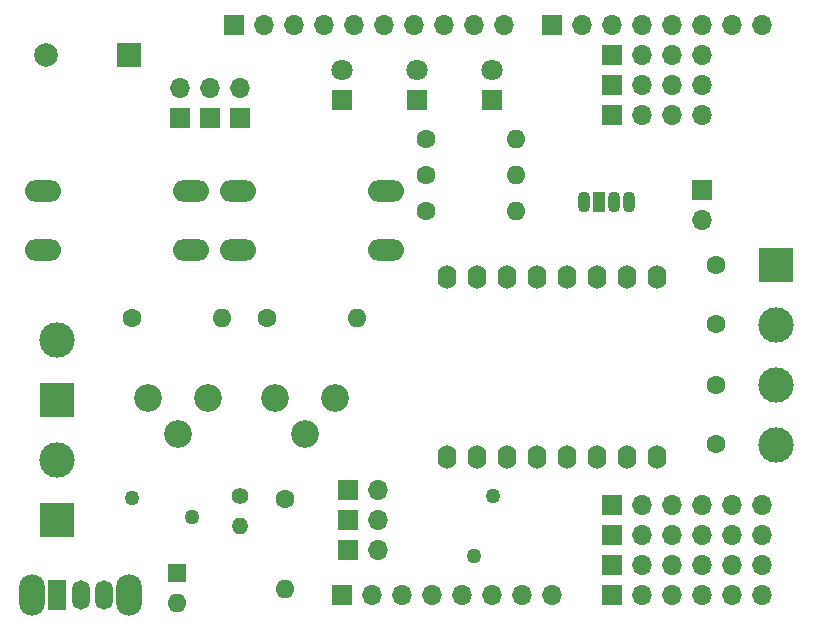
<source format=gbr>
%TF.GenerationSoftware,KiCad,Pcbnew,6.0.7-f9a2dced07~116~ubuntu20.04.1*%
%TF.CreationDate,2022-09-07T12:35:24+02:00*%
%TF.ProjectId,BATConcho,42415443-6f6e-4636-986f-2e6b69636164,rev?*%
%TF.SameCoordinates,Original*%
%TF.FileFunction,Soldermask,Top*%
%TF.FilePolarity,Negative*%
%FSLAX46Y46*%
G04 Gerber Fmt 4.6, Leading zero omitted, Abs format (unit mm)*
G04 Created by KiCad (PCBNEW 6.0.7-f9a2dced07~116~ubuntu20.04.1) date 2022-09-07 12:35:24*
%MOMM*%
%LPD*%
G01*
G04 APERTURE LIST*
%ADD10C,1.600000*%
%ADD11O,1.600000X1.600000*%
%ADD12R,1.700000X1.700000*%
%ADD13O,1.700000X1.700000*%
%ADD14C,1.270000*%
%ADD15O,1.070000X1.800000*%
%ADD16R,1.070000X1.800000*%
%ADD17O,3.048000X1.850000*%
%ADD18C,2.340000*%
%ADD19R,1.800000X1.800000*%
%ADD20C,1.800000*%
%ADD21R,3.000000X3.000000*%
%ADD22C,3.000000*%
%ADD23C,1.400000*%
%ADD24O,1.400000X1.400000*%
%ADD25R,1.600000X1.600000*%
%ADD26R,2.000000X2.000000*%
%ADD27C,2.000000*%
%ADD28O,2.200000X3.500000*%
%ADD29R,1.500000X2.500000*%
%ADD30O,1.500000X2.500000*%
%ADD31O,1.600000X2.000000*%
G04 APERTURE END LIST*
D10*
%TO.C,R7*%
X110160000Y-73965000D03*
D11*
X117780000Y-73965000D03*
%TD*%
D12*
%TO.C,J4*%
X127940000Y-97460000D03*
D13*
X130480000Y-97460000D03*
X133020000Y-97460000D03*
X135560000Y-97460000D03*
X138100000Y-97460000D03*
X140640000Y-97460000D03*
X143180000Y-97460000D03*
X145720000Y-97460000D03*
%TD*%
D12*
%TO.C,J6*%
X150800000Y-97460000D03*
D13*
X153340000Y-97460000D03*
X155880000Y-97460000D03*
X158420000Y-97460000D03*
X160960000Y-97460000D03*
X163500000Y-97460000D03*
%TD*%
D12*
%TO.C,J3*%
X118796000Y-49200000D03*
D13*
X121336000Y-49200000D03*
X123876000Y-49200000D03*
X126416000Y-49200000D03*
X128956000Y-49200000D03*
X131496000Y-49200000D03*
X134036000Y-49200000D03*
X136576000Y-49200000D03*
X139116000Y-49200000D03*
X141656000Y-49200000D03*
%TD*%
D12*
%TO.C,J7*%
X145720000Y-49200000D03*
D13*
X148260000Y-49200000D03*
X150800000Y-49200000D03*
X153340000Y-49200000D03*
X155880000Y-49200000D03*
X158420000Y-49200000D03*
X160960000Y-49200000D03*
X163500000Y-49200000D03*
%TD*%
D10*
%TO.C,R2*%
X123114000Y-89332000D03*
D11*
X123114000Y-96952000D03*
%TD*%
D12*
%TO.C,J10*%
X150800000Y-89840000D03*
D13*
X153340000Y-89840000D03*
X155880000Y-89840000D03*
X158420000Y-89840000D03*
X160960000Y-89840000D03*
X163500000Y-89840000D03*
%TD*%
D14*
%TO.C,F1*%
X139116000Y-94158000D03*
X140716000Y-89058000D03*
%TD*%
D12*
%TO.C,J11*%
X150800000Y-51740000D03*
D13*
X153340000Y-51740000D03*
X155880000Y-51740000D03*
X158420000Y-51740000D03*
%TD*%
D15*
%TO.C,D4*%
X148392000Y-64186000D03*
D16*
X149662000Y-64186000D03*
D15*
X150932000Y-64186000D03*
X152202000Y-64186000D03*
%TD*%
D17*
%TO.C,SW2*%
X119160000Y-63210000D03*
X131660000Y-63210000D03*
X119160000Y-68210000D03*
X131660000Y-68210000D03*
%TD*%
D18*
%TO.C,RV2*%
X122290000Y-80776000D03*
X124830000Y-83824000D03*
X127370000Y-80776000D03*
%TD*%
D19*
%TO.C,D2*%
X134290000Y-55550000D03*
D20*
X134290000Y-53010000D03*
%TD*%
D12*
%TO.C,JP7*%
X116764000Y-57079000D03*
D13*
X116764000Y-54539000D03*
%TD*%
D19*
%TO.C,D3*%
X140640000Y-55550000D03*
D20*
X140640000Y-53010000D03*
%TD*%
D12*
%TO.C,JP2*%
X128448000Y-93650000D03*
D13*
X130988000Y-93650000D03*
%TD*%
D12*
%TO.C,J13*%
X150810000Y-56820000D03*
D13*
X153350000Y-56820000D03*
X155890000Y-56820000D03*
X158430000Y-56820000D03*
%TD*%
D12*
%TO.C,J12*%
X150810000Y-54280000D03*
D13*
X153350000Y-54280000D03*
X155890000Y-54280000D03*
X158430000Y-54280000D03*
%TD*%
D17*
%TO.C,SW3*%
X115150000Y-63210000D03*
X102650000Y-63210000D03*
X115150000Y-68210000D03*
X102650000Y-68210000D03*
%TD*%
D19*
%TO.C,D1*%
X127940000Y-55550000D03*
D20*
X127940000Y-53010000D03*
%TD*%
D12*
%TO.C,JP6*%
X119304000Y-57079000D03*
D13*
X119304000Y-54539000D03*
%TD*%
D10*
%TO.C,C1*%
X159563000Y-69520000D03*
X159563000Y-74520000D03*
%TD*%
%TO.C,C2*%
X159563000Y-79680000D03*
X159563000Y-84680000D03*
%TD*%
D21*
%TO.C,J5*%
X103810000Y-80950000D03*
D22*
X103810000Y-75870000D03*
%TD*%
D10*
%TO.C,R6*%
X121590000Y-73965000D03*
D11*
X129210000Y-73965000D03*
%TD*%
D12*
%TO.C,JP5*%
X128448000Y-88570000D03*
D13*
X130988000Y-88570000D03*
%TD*%
D10*
%TO.C,R3*%
X135052000Y-58852000D03*
D11*
X142672000Y-58852000D03*
%TD*%
D23*
%TO.C,R1*%
X119304000Y-89078000D03*
D24*
X119304000Y-91618000D03*
%TD*%
D12*
%TO.C,JP1*%
X114224000Y-57079000D03*
D13*
X114224000Y-54539000D03*
%TD*%
D14*
%TO.C,F2*%
X115240000Y-90856000D03*
X110140000Y-89256000D03*
%TD*%
D25*
%TO.C,D5*%
X113970000Y-95583686D03*
D11*
X113970000Y-98123686D03*
%TD*%
D18*
%TO.C,RV1*%
X111495000Y-80776000D03*
X114035000Y-83824000D03*
X116575000Y-80776000D03*
%TD*%
D26*
%TO.C,BZ1*%
X109860000Y-51740000D03*
D27*
X102860000Y-51740000D03*
%TD*%
D28*
%TO.C,SW1*%
X101710000Y-97460000D03*
X109910000Y-97460000D03*
D29*
X103810000Y-97460000D03*
D30*
X105810000Y-97460000D03*
X107810000Y-97460000D03*
%TD*%
D21*
%TO.C,J2*%
X164643000Y-69520000D03*
D22*
X164643000Y-74600000D03*
X164643000Y-79680000D03*
X164643000Y-84760000D03*
%TD*%
D21*
%TO.C,J1*%
X103810000Y-91110000D03*
D22*
X103810000Y-86030000D03*
%TD*%
D10*
%TO.C,R4*%
X135052000Y-61900000D03*
D11*
X142672000Y-61900000D03*
%TD*%
D10*
%TO.C,R5*%
X135052000Y-64948000D03*
D11*
X142672000Y-64948000D03*
%TD*%
D12*
%TO.C,JP3*%
X128443000Y-91110000D03*
D13*
X130983000Y-91110000D03*
%TD*%
D12*
%TO.C,J8*%
X150800000Y-94920000D03*
D13*
X153340000Y-94920000D03*
X155880000Y-94920000D03*
X158420000Y-94920000D03*
X160960000Y-94920000D03*
X163500000Y-94920000D03*
%TD*%
D31*
%TO.C,U1*%
X136830000Y-85776000D03*
X139370000Y-85776000D03*
X141910000Y-85776000D03*
X144450000Y-85776000D03*
X146990000Y-85776000D03*
X149530000Y-85776000D03*
X152070000Y-85776000D03*
X154610000Y-85776000D03*
X154610000Y-70536000D03*
X152070000Y-70536000D03*
X149530000Y-70536000D03*
X146990000Y-70536000D03*
X144450000Y-70536000D03*
X141910000Y-70536000D03*
X139370000Y-70536000D03*
X136830000Y-70536000D03*
%TD*%
D12*
%TO.C,JP4*%
X158420000Y-63170000D03*
D13*
X158420000Y-65710000D03*
%TD*%
D12*
%TO.C,J9*%
X150800000Y-92380000D03*
D13*
X153340000Y-92380000D03*
X155880000Y-92380000D03*
X158420000Y-92380000D03*
X160960000Y-92380000D03*
X163500000Y-92380000D03*
%TD*%
M02*

</source>
